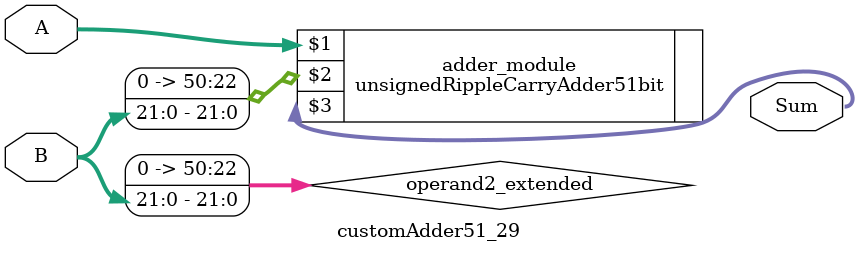
<source format=v>
module customAdder51_29(
                        input [50 : 0] A,
                        input [21 : 0] B,
                        
                        output [51 : 0] Sum
                );

        wire [50 : 0] operand2_extended;
        
        assign operand2_extended =  {29'b0, B};
        
        unsignedRippleCarryAdder51bit adder_module(
            A,
            operand2_extended,
            Sum
        );
        
        endmodule
        
</source>
